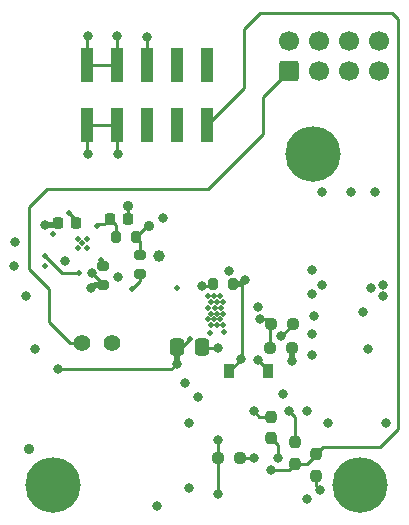
<source format=gbr>
%TF.GenerationSoftware,KiCad,Pcbnew,(6.0.4-0)*%
%TF.CreationDate,2022-03-31T17:06:01+02:00*%
%TF.ProjectId,cryosub_power_converter_top_v03,6372796f-7375-4625-9f70-6f7765725f63,rev?*%
%TF.SameCoordinates,Original*%
%TF.FileFunction,Copper,L4,Bot*%
%TF.FilePolarity,Positive*%
%FSLAX45Y45*%
G04 Gerber Fmt 4.5, Leading zero omitted, Abs format (unit mm)*
G04 Created by KiCad (PCBNEW (6.0.4-0)) date 2022-03-31 17:06:01*
%MOMM*%
%LPD*%
G01*
G04 APERTURE LIST*
G04 Aperture macros list*
%AMRoundRect*
0 Rectangle with rounded corners*
0 $1 Rounding radius*
0 $2 $3 $4 $5 $6 $7 $8 $9 X,Y pos of 4 corners*
0 Add a 4 corners polygon primitive as box body*
4,1,4,$2,$3,$4,$5,$6,$7,$8,$9,$2,$3,0*
0 Add four circle primitives for the rounded corners*
1,1,$1+$1,$2,$3*
1,1,$1+$1,$4,$5*
1,1,$1+$1,$6,$7*
1,1,$1+$1,$8,$9*
0 Add four rect primitives between the rounded corners*
20,1,$1+$1,$2,$3,$4,$5,0*
20,1,$1+$1,$4,$5,$6,$7,0*
20,1,$1+$1,$6,$7,$8,$9,0*
20,1,$1+$1,$8,$9,$2,$3,0*%
G04 Aperture macros list end*
%TA.AperFunction,ComponentPad*%
%ADD10C,1.000000*%
%TD*%
%TA.AperFunction,ComponentPad*%
%ADD11C,1.400000*%
%TD*%
%TA.AperFunction,ComponentPad*%
%ADD12C,4.700000*%
%TD*%
%TA.AperFunction,ComponentPad*%
%ADD13RoundRect,0.250000X0.600000X-0.600000X0.600000X0.600000X-0.600000X0.600000X-0.600000X-0.600000X0*%
%TD*%
%TA.AperFunction,ComponentPad*%
%ADD14C,1.700000*%
%TD*%
%TA.AperFunction,SMDPad,CuDef*%
%ADD15RoundRect,0.237500X-0.237500X0.250000X-0.237500X-0.250000X0.237500X-0.250000X0.237500X0.250000X0*%
%TD*%
%TA.AperFunction,SMDPad,CuDef*%
%ADD16RoundRect,0.237500X0.237500X-0.250000X0.237500X0.250000X-0.237500X0.250000X-0.237500X-0.250000X0*%
%TD*%
%TA.AperFunction,SMDPad,CuDef*%
%ADD17RoundRect,0.237500X-0.250000X-0.237500X0.250000X-0.237500X0.250000X0.237500X-0.250000X0.237500X0*%
%TD*%
%TA.AperFunction,SMDPad,CuDef*%
%ADD18R,1.000000X3.000000*%
%TD*%
%TA.AperFunction,SMDPad,CuDef*%
%ADD19RoundRect,0.250000X-0.337500X-0.475000X0.337500X-0.475000X0.337500X0.475000X-0.337500X0.475000X0*%
%TD*%
%TA.AperFunction,SMDPad,CuDef*%
%ADD20RoundRect,0.225000X-0.225000X-0.250000X0.225000X-0.250000X0.225000X0.250000X-0.225000X0.250000X0*%
%TD*%
%TA.AperFunction,SMDPad,CuDef*%
%ADD21RoundRect,0.200000X-0.275000X0.200000X-0.275000X-0.200000X0.275000X-0.200000X0.275000X0.200000X0*%
%TD*%
%TA.AperFunction,SMDPad,CuDef*%
%ADD22RoundRect,0.200000X-0.200000X-0.275000X0.200000X-0.275000X0.200000X0.275000X-0.200000X0.275000X0*%
%TD*%
%TA.AperFunction,SMDPad,CuDef*%
%ADD23RoundRect,0.237500X0.250000X0.237500X-0.250000X0.237500X-0.250000X-0.237500X0.250000X-0.237500X0*%
%TD*%
%TA.AperFunction,SMDPad,CuDef*%
%ADD24RoundRect,0.200000X0.200000X0.275000X-0.200000X0.275000X-0.200000X-0.275000X0.200000X-0.275000X0*%
%TD*%
%TA.AperFunction,SMDPad,CuDef*%
%ADD25R,0.900000X1.200000*%
%TD*%
%TA.AperFunction,ViaPad*%
%ADD26C,0.500000*%
%TD*%
%TA.AperFunction,ViaPad*%
%ADD27C,0.800000*%
%TD*%
%TA.AperFunction,ViaPad*%
%ADD28C,0.900000*%
%TD*%
%TA.AperFunction,Conductor*%
%ADD29C,0.250000*%
%TD*%
%TA.AperFunction,Conductor*%
%ADD30C,0.500000*%
%TD*%
G04 APERTURE END LIST*
D10*
%TO.P,TP1,1,1*%
%TO.N,/sipm_dcdc/imon*%
X11302500Y-12165000D03*
%TD*%
D11*
%TO.P,TP2,1,1*%
%TO.N,/vcont*%
X10646000Y-12900000D03*
%TO.P,TP2,2,2*%
%TO.N,GND*%
X10900000Y-12900000D03*
%TD*%
D12*
%TO.P,H1,1,1*%
%TO.N,GND*%
X10400000Y-14100000D03*
%TD*%
%TO.P,H2,1,1*%
%TO.N,GND*%
X12600000Y-11300000D03*
%TD*%
%TO.P,H3,1,1*%
%TO.N,GND*%
X13000000Y-14100000D03*
%TD*%
D13*
%TO.P,J1,1,Pin_1*%
%TO.N,/vcont*%
X12400000Y-10600000D03*
D14*
%TO.P,J1,2,Pin_2*%
%TO.N,GND*%
X12400000Y-10346000D03*
%TO.P,J1,3,Pin_3*%
%TO.N,/sipm_bias*%
X12654000Y-10600000D03*
%TO.P,J1,4,Pin_4*%
%TO.N,GND*%
X12654000Y-10346000D03*
%TO.P,J1,5,Pin_5*%
%TO.N,/p5v_out*%
X12908000Y-10600000D03*
%TO.P,J1,6,Pin_6*%
%TO.N,GND*%
X12908000Y-10346000D03*
%TO.P,J1,7,Pin_7*%
%TO.N,VDC*%
X13162000Y-10600000D03*
%TO.P,J1,8,Pin_8*%
%TO.N,GND*%
X13162000Y-10346000D03*
%TD*%
D15*
%TO.P,R7,1*%
%TO.N,/On When Warm/vg1*%
X12250000Y-13525000D03*
%TO.P,R7,2*%
%TO.N,/On When Warm/vd2*%
X12250000Y-13707500D03*
%TD*%
D16*
%TO.P,R9,1*%
%TO.N,VDC*%
X12625000Y-14025000D03*
%TO.P,R9,2*%
%TO.N,/thermistor*%
X12625000Y-13842500D03*
%TD*%
D15*
%TO.P,R5,1*%
%TO.N,/On When Warm/VD1*%
X12450000Y-13742500D03*
%TO.P,R5,2*%
%TO.N,/thermistor*%
X12450000Y-13925000D03*
%TD*%
D17*
%TO.P,R6,1*%
%TO.N,/On When Warm/vs*%
X11800000Y-13875000D03*
%TO.P,R6,2*%
%TO.N,GND*%
X11982500Y-13875000D03*
%TD*%
D18*
%TO.P,J2,1,Pin_1*%
%TO.N,+5V*%
X10692000Y-11052000D03*
%TO.P,J2,2,Pin_2*%
%TO.N,GND*%
X10692000Y-10548000D03*
%TO.P,J2,3,Pin_3*%
%TO.N,+5V*%
X10946000Y-11052000D03*
%TO.P,J2,4,Pin_4*%
%TO.N,GND*%
X10946000Y-10548000D03*
%TO.P,J2,5,Pin_5*%
%TO.N,unconnected-(J2-Pad5)*%
X11200000Y-11052000D03*
%TO.P,J2,6,Pin_6*%
%TO.N,GND*%
X11200000Y-10548000D03*
%TO.P,J2,7,Pin_7*%
%TO.N,unconnected-(J2-Pad7)*%
X11454000Y-11052000D03*
%TO.P,J2,8,Pin_8*%
%TO.N,unconnected-(J2-Pad8)*%
X11454000Y-10548000D03*
%TO.P,J2,9,Pin_9*%
%TO.N,/thermistor*%
X11708000Y-11052000D03*
%TO.P,J2,10,Pin_10*%
%TO.N,unconnected-(J2-Pad10)*%
X11708000Y-10548000D03*
%TD*%
D19*
%TO.P,C8,1*%
%TO.N,Net-(C7-Pad1)*%
X11451250Y-12937500D03*
%TO.P,C8,2*%
%TO.N,GND*%
X11658750Y-12937500D03*
%TD*%
D20*
%TO.P,C14,1*%
%TO.N,Net-(C14-Pad1)*%
X10440000Y-11882500D03*
%TO.P,C14,2*%
%TO.N,GND*%
X10595000Y-11882500D03*
%TD*%
D21*
%TO.P,R14,1*%
%TO.N,Net-(R14-Pad1)*%
X10827500Y-12244000D03*
%TO.P,R14,2*%
%TO.N,GND*%
X10827500Y-12409000D03*
%TD*%
%TO.P,R16,1*%
%TO.N,Net-(C15-Pad1)*%
X11137500Y-12152500D03*
%TO.P,R16,2*%
%TO.N,Net-(R16-Pad2)*%
X11137500Y-12317500D03*
%TD*%
D22*
%TO.P,R20,1*%
%TO.N,Net-(C18-Pad1)*%
X10935000Y-12002500D03*
%TO.P,R20,2*%
%TO.N,Net-(C15-Pad1)*%
X11100000Y-12002500D03*
%TD*%
D23*
%TO.P,R11,1*%
%TO.N,Net-(C7-Pad1)*%
X12431250Y-12735000D03*
%TO.P,R11,2*%
%TO.N,Net-(R11-Pad2)*%
X12248750Y-12735000D03*
%TD*%
D17*
%TO.P,R12,1*%
%TO.N,Net-(R11-Pad2)*%
X12241250Y-12945000D03*
%TO.P,R12,2*%
%TO.N,GND*%
X12423750Y-12945000D03*
%TD*%
D20*
%TO.P,C18,1*%
%TO.N,Net-(C18-Pad1)*%
X10882500Y-11850000D03*
%TO.P,C18,2*%
%TO.N,GND*%
X11037500Y-11850000D03*
%TD*%
D24*
%TO.P,R13,1*%
%TO.N,/dc_dc/vcc*%
X11922500Y-12400000D03*
%TO.P,R13,2*%
%TO.N,/dc_dc/pgood*%
X11757500Y-12400000D03*
%TD*%
D25*
%TO.P,D2,1,K*%
%TO.N,/dc_dc/vcc*%
X11895000Y-13140000D03*
%TO.P,D2,2,A*%
%TO.N,+5V*%
X12225000Y-13140000D03*
%TD*%
D26*
%TO.N,GND*%
X10650000Y-12057500D03*
X11817500Y-12500000D03*
X11790000Y-12745000D03*
X11737500Y-12745000D03*
X11840000Y-12745000D03*
X11820000Y-12602500D03*
X11715000Y-12700000D03*
X11852500Y-12807500D03*
D27*
X13070000Y-12950000D03*
D26*
X10610000Y-12095000D03*
D27*
X10250000Y-12950000D03*
D26*
X10540000Y-11802500D03*
D27*
X12675000Y-11625000D03*
D26*
X10612500Y-12020000D03*
X11770000Y-12602500D03*
X10687500Y-12020000D03*
D27*
X11550000Y-13580000D03*
X11520000Y-13240000D03*
X10502260Y-12210000D03*
D26*
X10687500Y-12095000D03*
X11840000Y-12552500D03*
X11717500Y-12602500D03*
D27*
X13195000Y-12505000D03*
X13220000Y-13580000D03*
X12350000Y-13330000D03*
D26*
X11790000Y-12552500D03*
X11740000Y-12652500D03*
X11737500Y-12552500D03*
D27*
X10727500Y-12307500D03*
D26*
X11765000Y-12500000D03*
D27*
X13195000Y-12405000D03*
X10950000Y-12340000D03*
X13030000Y-12640000D03*
X12595000Y-12285000D03*
X11800000Y-12940000D03*
X12135019Y-12594981D03*
D26*
X11732500Y-12812500D03*
X11842500Y-12652500D03*
X11767500Y-12700000D03*
D27*
X10946000Y-10304000D03*
X12425000Y-13052500D03*
D26*
X11792500Y-12652500D03*
D27*
X11200000Y-10310000D03*
X13125000Y-11625000D03*
D26*
X11715000Y-12500000D03*
D27*
X10175000Y-12500000D03*
X12675000Y-12405000D03*
X11890000Y-12290000D03*
D26*
X11817500Y-12700000D03*
D27*
X12595000Y-12485000D03*
D28*
X10200000Y-13800000D03*
D27*
X13095259Y-12437500D03*
D28*
X11037500Y-11742500D03*
D27*
X12100000Y-13875000D03*
X10720000Y-12437550D03*
X10700000Y-10300000D03*
X11332500Y-11842500D03*
X12925000Y-11625000D03*
D26*
X10405000Y-11975000D03*
D27*
%TO.N,Net-(C7-Pad1)*%
X11450000Y-13075000D03*
X12332500Y-12845000D03*
D26*
X11558665Y-12866335D03*
D27*
X10447500Y-13122500D03*
%TO.N,/On When Warm/VD1*%
X12400000Y-13475000D03*
%TO.N,/On When Warm/vs*%
X11800000Y-13725000D03*
X11800000Y-14175000D03*
%TO.N,/On When Warm/vg1*%
X12100000Y-13480000D03*
%TO.N,/thermistor*%
X12250000Y-13975000D03*
%TO.N,/On When Warm/vd2*%
X12305132Y-13870617D03*
%TO.N,VDC*%
X11278000Y-14278000D03*
X12595000Y-13005000D03*
X12550000Y-13475000D03*
X12550000Y-14225000D03*
X11550000Y-14130000D03*
X12730000Y-13580000D03*
X12611825Y-12674614D03*
X12660000Y-14147500D03*
X12595000Y-12825000D03*
X11630000Y-13360000D03*
D26*
%TO.N,Net-(C18-Pad1)*%
X10772413Y-11906289D03*
%TO.N,Net-(C14-Pad1)*%
X10625000Y-12310000D03*
D27*
X10335000Y-11902500D03*
D26*
X10331891Y-12161791D03*
D28*
%TO.N,Net-(C15-Pad1)*%
X11210359Y-11906185D03*
D27*
%TO.N,Net-(R11-Pad2)*%
X12150000Y-12700000D03*
%TO.N,/dc_dc/pgood*%
X11660000Y-12420000D03*
D26*
%TO.N,Net-(R14-Pad1)*%
X10807500Y-12197500D03*
%TO.N,Net-(R16-Pad2)*%
X11070000Y-12440000D03*
D27*
%TO.N,+5V*%
X12140000Y-13040000D03*
X10700000Y-11300000D03*
X10077500Y-12047500D03*
X10950000Y-11300000D03*
X10075000Y-12250000D03*
D26*
X10330000Y-12245000D03*
X11447266Y-12438091D03*
D27*
%TO.N,/dc_dc/vcc*%
X11995000Y-13035000D03*
X12025000Y-12367500D03*
%TD*%
D29*
%TO.N,GND*%
X11982500Y-13875000D02*
X12100000Y-13875000D01*
X10827500Y-12377500D02*
X10827500Y-12432500D01*
X11661250Y-12940000D02*
X11658750Y-12937500D01*
D30*
X10827500Y-12409000D02*
X10761000Y-12409000D01*
D29*
X10692000Y-10547500D02*
X10946000Y-10547500D01*
X11800000Y-12940000D02*
X11661250Y-12940000D01*
X11200000Y-10548000D02*
X11200000Y-10310000D01*
D30*
X12425000Y-13025000D02*
X12425000Y-13052500D01*
D29*
X10946000Y-10547500D02*
X10946000Y-10304000D01*
X10692000Y-10547500D02*
X10692000Y-10308000D01*
X10595000Y-11882500D02*
X10595000Y-11857500D01*
X10595000Y-11857500D02*
X10540000Y-11802500D01*
X11037500Y-11850000D02*
X11037500Y-11742500D01*
X10797500Y-12377500D02*
X10727500Y-12307500D01*
D30*
X12425000Y-12925000D02*
X12425000Y-13025000D01*
X10732450Y-12437550D02*
X10720000Y-12437550D01*
X10761000Y-12409000D02*
X10732450Y-12437550D01*
D29*
X10827500Y-12377500D02*
X10797500Y-12377500D01*
X10692000Y-10308000D02*
X10700000Y-10300000D01*
%TO.N,Net-(C7-Pad1)*%
X10447500Y-13122500D02*
X11402500Y-13122500D01*
X11490000Y-12935000D02*
X11558665Y-12866335D01*
X12431250Y-12735000D02*
X12431250Y-12746250D01*
X12431250Y-12746250D02*
X12332500Y-12845000D01*
X11438750Y-12935000D02*
X11490000Y-12935000D01*
D30*
X11450000Y-12950000D02*
X11450000Y-13075000D01*
D29*
X11402500Y-13122500D02*
X11450000Y-13075000D01*
%TO.N,/On When Warm/VD1*%
X12450000Y-13742500D02*
X12450000Y-13525000D01*
X12450000Y-13525000D02*
X12400000Y-13475000D01*
%TO.N,/On When Warm/vs*%
X11800000Y-13875000D02*
X11800000Y-14175000D01*
X11800000Y-13875000D02*
X11800000Y-13725000D01*
%TO.N,/On When Warm/vg1*%
X12145000Y-13525000D02*
X12100000Y-13480000D01*
X12250000Y-13525000D02*
X12145000Y-13525000D01*
%TO.N,/thermistor*%
X12687500Y-13780000D02*
X12625000Y-13842500D01*
X12627500Y-13847500D02*
X12612500Y-13862500D01*
X13270000Y-10110000D02*
X13320000Y-10160000D01*
X13320000Y-13630000D02*
X13170000Y-13780000D01*
X13320000Y-10160000D02*
X13320000Y-13630000D01*
X12400000Y-13975000D02*
X12450000Y-13925000D01*
X12020000Y-10740000D02*
X12020000Y-10240000D01*
X11708000Y-11052000D02*
X12020000Y-10740000D01*
X12250000Y-13975000D02*
X12400000Y-13975000D01*
X12550000Y-13925000D02*
X12450000Y-13925000D01*
X12020000Y-10240000D02*
X12150000Y-10110000D01*
X12150000Y-10110000D02*
X13270000Y-10110000D01*
X12612500Y-13862500D02*
X12550000Y-13925000D01*
X13170000Y-13780000D02*
X12687500Y-13780000D01*
%TO.N,/On When Warm/vd2*%
X12305132Y-13870617D02*
X12305132Y-13762632D01*
X12305132Y-13762632D02*
X12250000Y-13707500D01*
%TO.N,VDC*%
X12625000Y-14025000D02*
X12625000Y-14112500D01*
X12625000Y-14112500D02*
X12660000Y-14147500D01*
%TO.N,Net-(C18-Pad1)*%
X10935000Y-12002500D02*
X10935000Y-11902500D01*
X10935000Y-11902500D02*
X10882500Y-11850000D01*
X10836211Y-11896289D02*
X10782413Y-11896289D01*
X10782413Y-11896289D02*
X10772413Y-11906289D01*
X10836211Y-11896289D02*
X10882500Y-11850000D01*
D30*
%TO.N,Net-(C14-Pad1)*%
X10337500Y-11900000D02*
X10335000Y-11902500D01*
D29*
X10625000Y-12310000D02*
X10480100Y-12310000D01*
D30*
X10425000Y-11900000D02*
X10337500Y-11900000D01*
D29*
X10480100Y-12310000D02*
X10331891Y-12161791D01*
%TO.N,Net-(C15-Pad1)*%
X11100000Y-12002500D02*
X11196315Y-11906185D01*
X11137500Y-12040000D02*
X11100000Y-12002500D01*
X11137500Y-12152500D02*
X11137500Y-12040000D01*
X11196315Y-11906185D02*
X11210359Y-11906185D01*
%TO.N,Net-(R11-Pad2)*%
X12242500Y-12725000D02*
X12242500Y-12925000D01*
X12150000Y-12700000D02*
X12213750Y-12700000D01*
X12213750Y-12700000D02*
X12248750Y-12735000D01*
%TO.N,/dc_dc/pgood*%
X11737500Y-12420000D02*
X11757500Y-12400000D01*
X11660000Y-12420000D02*
X11737500Y-12420000D01*
%TO.N,Net-(R14-Pad1)*%
X10827500Y-12217500D02*
X10807500Y-12197500D01*
X10827500Y-12258000D02*
X10827500Y-12217500D01*
%TO.N,Net-(R16-Pad2)*%
X11137500Y-12372500D02*
X11070000Y-12440000D01*
X11137500Y-12317500D02*
X11137500Y-12372500D01*
%TO.N,+5V*%
X10692000Y-11292000D02*
X10700000Y-11300000D01*
X12140000Y-13040000D02*
X12225000Y-13125000D01*
X10692000Y-11052500D02*
X10692000Y-11292000D01*
X12225000Y-13125000D02*
X12225000Y-13140000D01*
X10946000Y-11052500D02*
X10946000Y-11296000D01*
X10692000Y-11052500D02*
X10946000Y-11052500D01*
X10946000Y-11296000D02*
X10950000Y-11300000D01*
%TO.N,/vcont*%
X10197500Y-11750000D02*
X10350000Y-11597500D01*
X10350000Y-11597500D02*
X11715000Y-11597500D01*
X12182500Y-10817500D02*
X12400000Y-10600000D01*
X10646000Y-12900000D02*
X10542500Y-12900000D01*
X12182500Y-11130000D02*
X12182500Y-10817500D01*
X10365000Y-12722500D02*
X10365000Y-12445000D01*
X10365000Y-12445000D02*
X10197500Y-12277500D01*
X10197500Y-12277500D02*
X10197500Y-11750000D01*
X11715000Y-11597500D02*
X12182500Y-11130000D01*
X10542500Y-12900000D02*
X10365000Y-12722500D01*
D30*
%TO.N,/dc_dc/vcc*%
X11922500Y-12400000D02*
X11992500Y-12400000D01*
D29*
X11995000Y-13040000D02*
X11895000Y-13140000D01*
X11995000Y-13035000D02*
X11995000Y-13040000D01*
X12000000Y-12392500D02*
X12000000Y-13030000D01*
X12025000Y-12367500D02*
X12000000Y-12392500D01*
D30*
X11992500Y-12400000D02*
X12025000Y-12367500D01*
D29*
X12000000Y-13030000D02*
X11995000Y-13035000D01*
%TD*%
M02*

</source>
